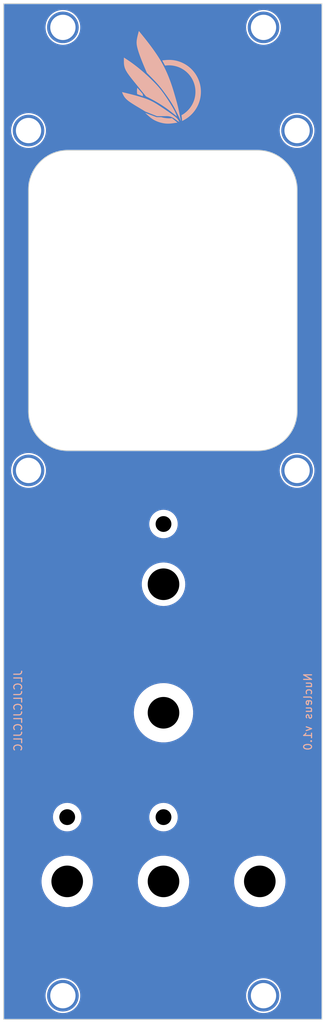
<source format=kicad_pcb>
(kicad_pcb (version 20240108) (generator "pcbnew") (generator_version "8.0")
  (title_block (date "2022-03-21"))
  (layers (0 "F.Cu" signal) (31 "B.Cu" signal) (34 "B.Paste" user) (35 "F.Paste" user) (36 "B.SilkS" user "B.Silkscreen") (37 "F.SilkS" user "F.Silkscreen") (38 "B.Mask" user) (39 "F.Mask" user) (44 "Edge.Cuts" user))
  (net 0 "")
  (footprint "Panels:Panel Switch SubMini" (layer "F.Cu") (at 137.668 105.41)
    (property "Reference" "REF**" (hide yes))
    (property "Value" "Panel Switch SubMini" (hide yes))
    (pad "" np_thru_hole circle (at 0 0) (size 4 4) (drill 5) (layers "Dwgs.User"))
  )
  (footprint "Panels:Panel LED 3mm" (layer "F.Cu") (at 137.668 134.874)
    (property "Reference" "REF**" (hide yes))
    (property "Value" "Panel LED 3mm" (hide yes))
    (pad "" np_thru_hole circle (at 0 0) (size 2 2) (drill 3.1) (layers "Dwgs.User"))
  )
  (footprint "Panels:Panel Screw" (layer "F.Cu") (at 124.93 157.46)
    (property "Reference" "REF**" (hide yes))
    (property "Value" "Panel Screw" (hide yes))
    (pad "" thru_hole circle (at 0 0) (size 4 4) (drill 3.2) (layers "*.Cu" "*.Mask"))
  )
  (footprint "Panels:Panel Screw" (layer "F.Cu") (at 150.33 157.46)
    (property "Reference" "REF**" (hide yes))
    (property "Value" "Panel Screw" (hide yes))
    (pad "" thru_hole circle (at 0 0) (size 4 4) (drill 3.2) (layers "*.Cu" "*.Mask"))
  )
  (footprint "Panels:Panel Jack" (layer "F.Cu") (at 137.668 143.002)
    (property "Reference" "REF**" (hide yes))
    (property "Value" "Panel Jack" (hide yes))
    (pad "" np_thru_hole circle (at 0 0) (size 4 4) (drill 6) (layers "Dwgs.User"))
  )
  (footprint "Panels:Panel Screw" (layer "F.Cu") (at 124.93 34.96)
    (property "Reference" "REF**" (hide yes))
    (property "Value" "Panel Screw" (hide yes))
    (pad "" thru_hole circle (at 0 0) (size 4 4) (drill 3.2) (layers "*.Cu" "*.Mask"))
  )
  (footprint "Panels:Panel Pot Alpha" (layer "F.Cu") (at 137.668 121.669)
    (property "Reference" "REF**" (hide yes))
    (property "Value" "Panel Pot Alpha" (hide yes))
    (pad "" np_thru_hole circle (at 0 0) (size 4 4) (drill 7) (layers "Dwgs.User"))
  )
  (footprint "Panels:Panel Screw" (layer "F.Cu") (at 154.58 48.01)
    (property "Reference" "REF**" (hide yes))
    (property "Value" "Panel Screw" (hide yes))
    (pad "" thru_hole circle (at 0 0) (size 4 4) (drill 3.2) (layers "*.Cu" "*.Mask"))
  )
  (footprint "Panels:Panel Screw" (layer "F.Cu") (at 150.33 34.96)
    (property "Reference" "REF**" (hide yes))
    (property "Value" "Panel Screw" (hide yes))
    (pad "" thru_hole circle (at 0 0) (size 4 4) (drill 3.2) (layers "*.Cu" "*.Mask"))
  )
  (footprint "Panels:Panel Jack" (layer "F.Cu") (at 125.476 143.002)
    (property "Reference" "REF**" (hide yes))
    (property "Value" "Panel Jack" (hide yes))
    (pad "" np_thru_hole circle (at 0 0) (size 4 4) (drill 6) (layers "Dwgs.User"))
  )
  (footprint "Panels:Panel LED 3mm" (layer "F.Cu") (at 137.668 97.79)
    (property "Reference" "REF**" (hide yes))
    (property "Value" "Panel LED 3mm" (hide yes))
    (pad "" np_thru_hole circle (at 0 0) (size 2 2) (drill 3.1) (layers "Dwgs.User"))
  )
  (footprint "Panels_Graphics:Nucleus_Panel" (layer "F.Cu") (at 137.56 96.05)
    (property "Reference" "G***" (hide yes))
    (property "Value" "LOGO" (hide yes))
  )
  (footprint "Panels:Panel Screw" (layer "F.Cu") (at 154.58 91.01)
    (property "Reference" "REF**" (hide yes))
    (property "Value" "Panel Screw" (hide yes))
    (pad "" thru_hole circle (at 0 0) (size 4 4) (drill 3.2) (layers "*.Cu" "*.Mask"))
  )
  (footprint "Panels:Panel Screw" (layer "F.Cu") (at 120.58 91.01)
    (property "Reference" "REF**" (hide yes))
    (property "Value" "Panel Screw" (hide yes))
    (pad "" thru_hole circle (at 0 0) (size 4 4) (drill 3.2) (layers "*.Cu" "*.Mask"))
  )
  (footprint "Panels:Panel Screw" (layer "F.Cu") (at 120.58 48.01)
    (property "Reference" "REF**" (hide yes))
    (property "Value" "Panel Screw" (hide yes))
    (pad "" thru_hole circle (at 0 0) (size 4 4) (drill 3.2) (layers "*.Cu" "*.Mask"))
  )
  (footprint "Panels:Panel LED 3mm" (layer "F.Cu") (at 125.476 134.874)
    (property "Reference" "REF**" (hide yes))
    (property "Value" "Panel LED 3mm" (hide yes))
    (pad "" np_thru_hole circle (at 0 0) (size 2 2) (drill 3.1) (layers "Dwgs.User"))
  )
  (footprint "Panels:Panel Jack" (layer "F.Cu") (at 149.86 143.002)
    (property "Reference" "REF**" (hide yes))
    (property "Value" "Panel Jack" (hide yes))
    (pad "" np_thru_hole circle (at 0 0) (size 4 4) (drill 6) (layers "Dwgs.User"))
  )
  (footprint "Logos:Avali Logo 10mm" (layer "B.Cu") (at 137.414 41.275 180)
    (property "Reference" "G***" (hide yes))
    (property "Value" "LOGO" (hide yes))
    (fp_poly (pts (xy 3.064079 -1.322901) (xy 3.065883 -1.330042) (xy 3.067831 -1.340233) (xy 3.068301 -1.343099) (xy 3.076764 -1.397193) (xy 3.084104 -1.446153) (xy 3.090377 -1.490633) (xy 3.095635 -1.531288) (xy 3.099935 -1.568773) (xy 3.10333 -1.60374) (xy 3.105876 -1.636846) (xy 3.107626 -1.668744) (xy 3.108635 -1.700089) (xy 3.108958 -1.731535) (xy 3.108649 -1.763736) (xy 3.107763 -1.797348) (xy 3.107281 -1.810779) (xy 3.106115 -1.838068) (xy 3.104659 -1.867034) (xy 3.10296 -1.897081) (xy 3.101065 -1.92761) (xy 3.099021 -1.958024) (xy 3.096876 -1.987726) (xy 3.094678 -2.016118) (xy 3.092473 -2.042602) (xy 3.090309 -2.066581) (xy 3.088234 -2.087458) (xy 3.086295 -2.104635) (xy 3.084539 -2.117513) (xy 3.083013 -2.125497) (xy 3.082133 -2.127824) (xy 3.079021 -2.12929) (xy 3.070688 -2.132647) (xy 3.057463 -2.137773) (xy 3.039677 -2.144544) (xy 3.017662 -2.152838) (xy 2.991747 -2.162531) (xy 2.962264 -2.1735) (xy 2.929544 -2.185623) (xy 2.893917 -2.198776) (xy 2.855714 -2.212836) (xy 2.815266 -2.227681) (xy 2.772903 -2.243188) (xy 2.728956 -2.259232) (xy 2.720163 -2.262438) (xy 2.675944 -2.278553) (xy 2.633235 -2.294118) (xy 2.592367 -2.309013) (xy 2.553671 -2.323115) (xy 2.51748 -2.336305) (xy 2.484123 -2.348462) (xy 2.453932 -2.359465) (xy 2.427239 -2.369193) (xy 2.404374 -2.377526) (xy 2.385668 -2.384343) (xy 2.371454 -2.389524) (xy 2.362061 -2.392947) (xy 2.357822 -2.394492) (xy 2.357622 -2.394565) (xy 2.355244 -2.393467) (xy 2.354098 -2.387529) (xy 2.353929 -2.381566) (xy 2.354106 -2.375573) (xy 2.354612 -2.364384) (xy 2.355409 -2.348701) (xy 2.356459 -2.329224) (xy 2.357723 -2.306652) (xy 2.359164 -2.281687) (xy 2.360743 -2.255029) (xy 2.361547 -2.241698) (xy 2.363777 -2.206191) (xy 2.365803 -2.17649) (xy 2.367637 -2.152493) (xy 2.369284 -2.134104) (xy 2.370755 -2.121223) (xy 2.372058 -2.11375) (xy 2.372822 -2.111744) (xy 2.374162 -2.110157) (xy 2.376751 -2.107139) (xy 2.380748 -2.102506) (xy 2.386313 -2.096072) (xy 2.393608 -2.087655) (xy 2.402791 -2.07707) (xy 2.414023 -2.064132) (xy 2.427464 -2.048657) (xy 2.443274 -2.030462) (xy 2.461614 -2.009361) (xy 2.482643 -1.98517) (xy 2.506521 -1.957706) (xy 2.533409 -1.926784) (xy 2.563467 -1.892219) (xy 2.596854 -1.853828) (xy 2.633732 -1.811426) (xy 2.674259 -1.764829) (xy 2.692345 -1.744035) (xy 2.721967 -1.709977) (xy 2.752058 -1.675378) (xy 2.782191 -1.64073) (xy 2.811938 -1.606524) (xy 2.840871 -1.573253) (xy 2.868563 -1.541408) (xy 2.894586 -1.511481) (xy 2.918511 -1.483965) (xy 2.939912 -1.459351) (xy 2.95836 -1.438131) (xy 2.973428 -1.420797) (xy 2.9755 -1.418413) (xy 2.993326 -1.397951) (xy 3.009976 -1.378932) (xy 3.025047 -1.361809) (xy 3.03814 -1.347032) (xy 3.048853 -1.335052) (xy 3.056786 -1.326321) (xy 3.061537 -1.321289) (xy 3.062758 -1.320209)) (fill solid) (layer "B.SilkS"))
    (fp_poly (pts (xy 2.058719 -4.507254) (xy 2.052997 -4.513053) (xy 2.043838 -4.522044) (xy 2.03168 -4.533806) (xy 2.01696 -4.547917) (xy 2.000116 -4.563954) (xy 1.981585 -4.581495) (xy 1.97077 -4.591691) (xy 1.897786 -4.66008) (xy 1.828517 -4.724323) (xy 1.762697 -4.784634) (xy 1.70006 -4.841231) (xy 1.64034 -4.89433) (xy 1.583269 -4.944146) (xy 1.528582 -4.990895) (xy 1.476011 -5.034795) (xy 1.425292 -5.07606) (xy 1.376156 -5.114908) (xy 1.328338 -5.151553) (xy 1.281572 -5.186213) (xy 1.23559 -5.219104) (xy 1.190127 -5.25044) (xy 1.144915 -5.28044) (xy 1.09969 -5.309318) (xy 1.054183 -5.337291) (xy 1.044058 -5.343374) (xy 0.934687 -5.405827) (xy 0.820769 -5.465105) (xy 0.702851 -5.521025) (xy 0.58148 -5.573406) (xy 0.457201 -5.622066) (xy 0.33056 -5.666822) (xy 0.202105 -5.707493) (xy 0.072381 -5.743898) (xy -0.058066 -5.775853) (xy -0.18869 -5.803177) (xy -0.318943 -5.825688) (xy -0.448281 -5.843205) (xy -0.460811 -5.844637) (xy -0.52727 -5.851508) (xy -0.591923 -5.856911) (xy -0.655951 -5.860889) (xy -0.72054 -5.863484) (xy -0.786873 -5.864739) (xy -0.856132 -5.864696) (xy -0.929503 -5.863397) (xy -0.96136 -5.862501) (xy -1.008125 -5.860521) (xy -1.060218 -5.857328) (xy -1.117192 -5.852969) (xy -1.178606 -5.84749) (xy -1.244014 -5.840939) (xy -1.312972 -5.833362) (xy -1.385037 -5.824807) (xy -1.459764 -5.815321) (xy -1.536709 -5.804952) (xy -1.615428 -5.793745) (xy -1.628849 -5.791775) (xy -1.655899 -5.787762) (xy -1.685234 -5.783362) (xy -1.716284 -5.778664) (xy -1.748481 -5.773756) (xy -1.781254 -5.768729) (xy -1.814036 -5.763671) (xy -1.846258 -5.75867) (xy -1.877349 -5.753817) (xy -1.906742 -5.749198) (xy -1.933868 -5.744904) (xy -1.958157 -5.741023) (xy -1.979041 -5.737645) (xy -1.99595 -5.734858) (xy -2.008316 -5.73275) (xy -2.015569 -5.731412) (xy -2.016607 -5.731187) (xy -2.018173 -5.730249) (xy -2.017849 -5.72827) (xy -2.015204 -5.724835) (xy -2.009805 -5.719529) (xy -2.001217 -5.711938) (xy -1.98901 -5.701645) (xy -1.972749 -5.688235) (xy -1.966398 -5.683037) (xy -1.954685 -5.673474) (xy -1.939393 -5.661003) (xy -1.920843 -5.645887) (xy -1.899358 -5.628386) (xy -1.875258 -5.608762) (xy -1.848864 -5.587277) (xy -1.820498 -5.56419) (xy -1.790481 -5.539765) (xy -1.759135 -5.514262) (xy -1.72678 -5.487942) (xy -1.693739 -5.461066) (xy -1.660332 -5.433896) (xy -1.62688 -5.406693) (xy -1.593705 -5.379719) (xy -1.561129 -5.353234) (xy -1.529473 -5.3275) (xy -1.499057 -5.302779) (xy -1.470204 -5.27933) (xy -1.443234 -5.257417) (xy -1.418469 -5.237299) (xy -1.39623 -5.219239) (xy -1.376839 -5.203497) (xy -1.360616 -5.190335) (xy -1.347884 -5.180014) (xy -1.338963 -5.172795) (xy -1.334175 -5.16894) (xy -1.333491 -5.1684) (xy -1.329317 -5.167638) (xy -1.32094 -5.167663) (xy -1.310006 -5.168456) (xy -1.307538 -5.168718) (xy -1.285449 -5.171002) (xy -1.258725 -5.173452) (xy -1.228632 -5.175974) (xy -1.196436 -5.178473) (xy -1.163402 -5.180856) (xy -1.130797 -5.183027) (xy -1.099887 -5.184894) (xy -1.071937 -5.186362) (xy -1.067686 -5.186559) (xy -1.015844 -5.188066) (xy -0.959001 -5.188143) (xy -0.897874 -5.186839) (xy -0.83318 -5.184201) (xy -0.765638 -5.180277) (xy -0.695965 -5.175113) (xy -0.624878 -5.168758) (xy -0.553097 -5.161258) (xy -0.481338 -5.152661) (xy -0.412237 -5.14329) (xy -0.335154 -5.131221) (xy -0.261894 -5.117621) (xy -0.190471 -5.102047) (xy -0.118903 -5.084058) (xy -0.045205 -5.06321) (xy -0.021795 -5.056153) (xy 0.025817 -5.041605) (xy 0.614727 -5.041605) (xy 1.214823 -4.818295) (xy 1.27395 -4.796292) (xy 1.332646 -4.77445) (xy 1.390584 -4.75289) (xy 1.447442 -4.731732) (xy 1.502893 -4.711098) (xy 1.556614 -4.691108) (xy 1.608279 -4.671882) (xy 1.657563 -4.653543) (xy 1.704142 -4.636211) (xy 1.747691 -4.620006) (xy 1.787885 -4.605049) (xy 1.824399 -4.591462) (xy 1.856909 -4.579365) (xy 1.88509 -4.568879) (xy 1.908617 -4.560125) (xy 1.927165 -4.553224) (xy 1.937204 -4.549489) (xy 1.96266 -4.54005) (xy 1.98637 -4.531321) (xy 2.007771 -4.523506) (xy 2.026298 -4.516805) (xy 2.041389 -4.511424) (xy 2.052481 -4.507563) (xy 2.059009 -4.505427) (xy 2.060567 -4.50507)) (fill solid) (layer "B.SilkS"))
    (fp_poly (pts (xy 4.99523 -1.873132) (xy 4.992738 -1.880888) (xy 4.988683 -1.892641) (xy 4.983345 -1.90763) (xy 4.977001 -1.925097) (xy 4.969931 -1.944284) (xy 4.962412 -1.96443) (xy 4.954723 -1.984778) (xy 4.947143 -2.004567) (xy 4.93995 -2.02304) (xy 4.937578 -2.029046) (xy 4.895027 -2.129146) (xy 4.84684 -2.229125) (xy 4.793276 -2.328467) (xy 4.75667 -2.390849) (xy 4.741104 -2.416072) (xy 4.725696 -2.439966) (xy 4.709618 -2.463726) (xy 4.692046 -2.488549) (xy 4.672153 -2.515631) (xy 4.652684 -2.541477) (xy 4.6361 -2.563207) (xy 4.621615 -2.581916) (xy 4.608499 -2.598448) (xy 4.596022 -2.613648) (xy 4.583454 -2.628362) (xy 4.570066 -2.643433) (xy 4.555127 -2.659708) (xy 4.537908 -2.678031) (xy 4.517678 -2.699247) (xy 4.504866 -2.712598) (xy 4.485365 -2.732847) (xy 4.468302 -2.750421) (xy 4.45301 -2.765937) (xy 4.438821 -2.780014) (xy 4.425069 -2.793272) (xy 4.411085 -2.806327) (xy 4.396203 -2.8198) (xy 4.379755 -2.834308) (xy 4.361074 -2.850471) (xy 4.339492 -2.868906) (xy 4.314343 -2.890232) (xy 4.301756 -2.900876) (xy 4.278442 -2.920567) (xy 4.257948 -2.937812) (xy 4.239683 -2.95306) (xy 4.223057 -2.966762) (xy 4.207479 -2.979368) (xy 4.192358 -2.991328) (xy 4.177103 -3.003091) (xy 4.161123 -3.015108) (xy 4.143827 -3.027829) (xy 4.124625 -3.041704) (xy 4.102926 -3.057184) (xy 4.078138 -3.074717) (xy 4.049671 -3.094754) (xy 4.018221 -3.116842) (xy 3.954556 -3.16106) (xy 3.887557 -3.206658) (xy 3.817047 -3.253747) (xy 3.74285 -3.302437) (xy 3.664792 -3.352841) (xy 3.582695 -3.405068) (xy 3.496384 -3.45923) (xy 3.405684 -3.515438) (xy 3.310417 -3.573803) (xy 3.210409 -3.634435) (xy 3.105484 -3.697447) (xy 2.995465 -3.762948) (xy 2.978593 -3.772947) (xy 2.884322 -3.828882) (xy 2.791472 -3.884173) (xy 2.700498 -3.938544) (xy 2.611855 -3.991722) (xy 2.525997 -4.043433) (xy 2.44338 -4.093403) (xy 2.364459 -4.141356) (xy 2.289689 -4.187021) (xy 2.219525 -4.230121) (xy 2.206256 -4.238303) (xy 2.182784 -4.252785) (xy 2.159768 -4.266978) (xy 2.137949 -4.280427) (xy 2.118068 -4.292676) (xy 2.100866 -4.303267) (xy 2.087083 -4.311745) (xy 2.077462 -4.317653) (xy 2.076303 -4.318363) (xy 2.05779 -4.328591) (xy 2.033639 -4.340069) (xy 2.003971 -4.352739) (xy 1.984745 -4.360432) (xy 1.949755 -4.374154) (xy 1.909743 -4.389859) (xy 1.865184 -4.407361) (xy 1.816549 -4.426473) (xy 1.764311 -4.44701) (xy 1.708944 -4.468786) (xy 1.65092 -4.491614) (xy 1.590712 -4.515307) (xy 1.528794 -4.539681) (xy 1.465638 -4.564548) (xy 1.401716 -4.589723) (xy 1.337502 -4.615019) (xy 1.27347 -4.640249) (xy 1.210091 -4.665229) (xy 1.147838 -4.689771) (xy 1.087185 -4.71369) (xy 1.028605 -4.736799) (xy 0.97257 -4.758913) (xy 0.951024 -4.767418) (xy 0.574454 -4.916081) (xy 0.095989 -4.916081) (xy 0.040445 -4.916065) (xy -0.015212 -4.916016) (xy -0.07053 -4.915938) (xy -0.125054 -4.915831) (xy -0.178331 -4.915697) (xy -0.229907 -4.915539) (xy -0.279328 -4.915359) (xy -0.32614 -4.915157) (xy -0.369889 -4.914936) (xy -0.410122 -4.914699) (xy -0.446384 -4.914445) (xy -0.478223 -4.914179) (xy -0.505183 -4.9139) (xy -0.526811 -4.913612) (xy -0.531628 -4.913534) (xy -0.585135 -4.912805) (xy -0.633537 -4.912565) (xy -0.677619 -4.912849) (xy -0.718165 -4.913692) (xy -0.755959 -4.915129) (xy -0.791787 -4.917194) (xy -0.826432 -4.919922) (xy -0.860679 -4.923349) (xy -0.895313 -4.927508) (xy -0.919113 -4.93072) (xy -0.998235 -4.944356) (xy -1.077646 -4.963126) (xy -1.157496 -4.987097) (xy -1.237934 -5.016333) (xy -1.319107 -5.050901) (xy -1.401164 -5.090867) (xy -1.484254 -5.136296) (xy -1.568525 -5.187255) (xy -1.654126 -5.243808) (xy -1.702009 -5.277452) (xy -1.718711 -5.289496) (xy -1.739034 -5.304259) (xy -1.761866 -5.320924) (xy -1.786093 -5.338678) (xy -1.810604 -5.356706) (xy -1.834284 -5.374193) (xy -1.844453 -5.381729) (xy -1.889515 -5.41492) (xy -1.931306 -5.445155) (xy -1.970992 -5.473222) (xy -2.00974 -5.499909) (xy -2.048715 -5.526006) (xy -2.089084 -5.552302) (xy -2.132011 -5.579584) (xy -2.178663 -5.608642) (xy -2.192294 -5.617045) (xy -2.2114 -5.628786) (xy -2.226066 -5.637746) (xy -2.236877 -5.644252) (xy -2.244415 -5.648632) (xy -2.249264 -5.651213) (xy -2.252008 -5.652324) (xy -2.253229 -5.652291) (xy -2.253511 -5.651442) (xy -2.253511 -5.651418) (xy -2.252194 -5.646984) (xy -2.248461 -5.637981) (xy -2.242642 -5.625072) (xy -2.235068 -5.60892) (xy -2.226067 -5.590185) (xy -2.21597 -5.569532) (xy -2.205105 -5.54762) (xy -2.193803 -5.525114) (xy -2.182393 -5.502675) (xy -2.171205 -5.480965) (xy -2.160568 -5.460646) (xy -2.150813 -5.442381) (xy -2.142268 -5.426832) (xy -2.137804 -5.418985) (xy -2.118553 -5.386908) (xy -2.098272 -5.355489) (xy -2.076729 -5.32451) (xy -2.053693 -5.293755) (xy -2.028934 -5.263008) (xy -2.00222 -5.232053) (xy -1.97332 -5.200673) (xy -1.942003 -5.168651) (xy -1.908038 -5.135771) (xy -1.871193 -5.101817) (xy -1.831238 -5.066572) (xy -1.787942 -5.02982) (xy -1.741074 -4.991345) (xy -1.690401 -4.95093) (xy -1.635694 -4.908358) (xy -1.576721 -4.863414) (xy -1.513251 -4.81588) (xy -1.445054 -4.76554) (xy -1.422104 -4.748738) (xy -1.379948 -4.71803) (xy -1.334371 -4.685015) (xy -1.286081 -4.650195) (xy -1.235783 -4.614071) (xy -1.184182 -4.577146) (xy -1.131986 -4.539923) (xy -1.079899 -4.502902) (xy -1.028627 -4.466586) (xy -0.978877 -4.431477) (xy -0.931354 -4.398077) (xy -0.886764 -4.366888) (xy -0.845813 -4.338413) (xy -0.824023 -4.323349) (xy -0.799677 -4.306631) (xy -0.770753 -4.286894) (xy -0.737604 -4.264371) (xy -0.700581 -4.239298) (xy -0.660036 -4.21191) (xy -0.616321 -4.18244) (xy -0.569788 -4.151125) (xy -0.520788 -4.1182) (xy -0.469674 -4.083898) (xy -0.416797 -4.048454) (xy -0.362509 -4.012105) (xy -0.307162 -3.975083) (xy -0.251108 -3.937625) (xy -0.194699 -3.899965) (xy -0.138286 -3.862338) (xy -0.082222 -3.824979) (xy -0.026858 -3.788122) (xy 0.027454 -3.752003) (xy 0.080362 -3.716856) (xy 0.131514 -3.682916) (xy 0.180559 -3.650418) (xy 0.227144 -3.619597) (xy 0.270918 -3.590688) (xy 0.311529 -3.563925) (xy 0.348624 -3.539543) (xy 0.381853 -3.517778) (xy 0.410863 -3.498863) (xy 0.425303 -3.489495) (xy 0.541271 -3.41536) (xy 0.653881 -3.345315) (xy 0.763718 -3.279051) (xy 0.871367 -3.216262) (xy 0.977412 -3.15664) (xy 1.082441 -3.099876) (xy 1.187036 -3.045662) (xy 1.291785 -2.993692) (xy 1.397272 -2.943657) (xy 1.504082 -2.89525) (xy 1.612801 -2.848162) (xy 1.724013 -2.802086) (xy 1.759508 -2.787791) (xy 1.841273 -2.75562) (xy 1.925852 -2.723417) (xy 2.013413 -2.69113) (xy 2.104126 -2.658707) (xy 2.19816 -2.626097) (xy 2.295685 -2.593248) (xy 2.39687 -2.560109) (xy 2.501885 -2.526629) (xy 2.610899 -2.492755) (xy 2.724082 -2.458437) (xy 2.841603 -2.423622) (xy 2.963632 -2.38826) (xy 3.090338 -2.352299) (xy 3.22189 -2.315687) (xy 3.358459 -2.278373) (xy 3.500213 -2.240305) (xy 3.647323 -2.201432) (xy 3.799957 -2.161702) (xy 3.926663 -2.129137) (xy 3.963632 -2.119724) (xy 4.003485 -2.109647) (xy 4.045898 -2.098985) (xy 4.09055 -2.087813) (xy 4.137118 -2.076212) (xy 4.18528 -2.064259) (xy 4.234714 -2.052033) (xy 4.285098 -2.03961) (xy 4.336108 -2.02707) (xy 4.387423 -2.01449) (xy 4.438721 -2.001948) (xy 4.489679 -1.989523) (xy 4.539975 -1.977293) (xy 4.589286 -1.965336) (xy 4.63729 -1.953729) (xy 4.683665 -1.942551) (xy 4.728089 -1.93188) (xy 4.770239 -1.921793) (xy 4.809793 -1.91237) (xy 4.846429 -1.903689) (xy 4.879824 -1.895826) (xy 4.909656 -1.888861) (xy 4.935603 -1.882871) (xy 4.957342 -1.877934) (xy 4.974551 -1.874129) (xy 4.986908 -1.871534) (xy 4.99409 -1.870226) (xy 4.995882 -1.87013)) (fill solid) (layer "B.SilkS"))
    (fp_poly (pts (xy -0.851014 2.201099) (xy -0.718482 2.195721) (xy -0.624662 2.189878) (xy -0.599682 2.188036) (xy -0.571618 2.185832) (xy -0.540956 2.183312) (xy -0.508184 2.180525) (xy -0.473788 2.177517) (xy -0.438257 2.174336) (xy -0.402076 2.171028) (xy -0.365733 2.167642) (xy -0.329716 2.164224) (xy -0.29451 2.160822) (xy -0.260603 2.157483) (xy -0.228482 2.154253) (xy -0.198635 2.151181) (xy -0.171547 2.148314) (xy -0.147707 2.145699) (xy -0.1276 2.143383) (xy -0.111715 2.141413) (xy -0.100538 2.139837) (xy -0.094556 2.138701) (xy -0.093713 2.13837) (xy -0.094792 2.135572) (xy -0.098518 2.127914) (xy -0.104718 2.115726) (xy -0.113216 2.099337) (xy -0.123839 2.079077) (xy -0.136411 2.055275) (xy -0.150758 2.02826) (xy -0.166705 1.998361) (xy -0.184078 1.965909) (xy -0.202702 1.931231) (xy -0.222402 1.894659) (xy -0.243004 1.85652) (xy -0.250446 1.84277) (xy -0.27174 1.803439) (xy -0.292498 1.765093) (xy -0.312518 1.728106) (xy -0.331595 1.692855) (xy -0.349527 1.659714) (xy -0.366111 1.62906) (xy -0.381142 1.601269) (xy -0.394418 1.576715) (xy -0.405736 1.555776) (xy -0.414893 1.538825) (xy -0.421685 1.526241) (xy -0.425909 1.518397) (xy -0.426442 1.517403) (xy -0.433148 1.505094) (xy -0.438952 1.494823) (xy -0.443244 1.487644) (xy -0.445415 1.484609) (xy -0.445442 1.484593) (xy -0.448897 1.484523) (xy -0.457238 1.485019) (xy -0.46948 1.486) (xy -0.484635 1.487389) (xy -0.499139 1.48884) (xy -0.587173 1.497374) (xy -0.670384 1.504185) (xy -0.749595 1.50929) (xy -0.825627 1.512706) (xy -0.899302 1.514449) (xy -0.971444 1.514536) (xy -1.042873 1.512983) (xy -1.114412 1.509808) (xy -1.186883 1.505028) (xy -1.208788 1.503295) (xy -1.350175 1.488793) (xy -1.490155 1.468624) (xy -1.628591 1.44284) (xy -1.765348 1.411496) (xy -1.900289 1.374644) (xy -2.033279 1.332337) (xy -2.164179 1.284627) (xy -2.292856 1.231569) (xy -2.419172 1.173215) (xy -2.542991 1.109618) (xy -2.664177 1.040832) (xy -2.782594 0.966908) (xy -2.898105 0.887901) (xy -3.010575 0.803863) (xy -3.016126 0.799523) (xy -3.124249 0.711079) (xy -3.228228 0.618514) (xy -3.327973 0.52199) (xy -3.423392 0.421668) (xy -3.514396 0.317709) (xy -3.600893 0.210274) (xy -3.682792 0.099524) (xy -3.760004 -0.014379) (xy -3.832436 -0.131274) (xy -3.899999 -0.251) (xy -3.962602 -0.373396) (xy -4.020155 -0.498301) (xy -4.072565 -0.625553) (xy -4.119743 -0.754992) (xy -4.161598 -0.886456) (xy -4.198039 -1.019784) (xy -4.228976 -1.154815) (xy -4.254317 -1.291387) (xy -4.273973 -1.42934) (xy -4.274876 -1.436872) (xy -4.280445 -1.485399) (xy -4.285095 -1.529903) (xy -4.288898 -1.571607) (xy -4.291924 -1.611736) (xy -4.294243 -1.651515) (xy -4.295925 -1.692169) (xy -4.29704 -1.734921) (xy -4.29766 -1.780996) (xy -4.297853 -1.831619) (xy -4.297852 -1.83707) (xy -4.297799 -1.872355) (xy -4.297664 -1.902676) (xy -4.297417 -1.928978) (xy -4.297028 -1.952202) (xy -4.296467 -1.973292) (xy -4.295705 -1.993192) (xy -4.29471 -2.012845) (xy -4.293454 -2.033193) (xy -4.291905 -2.05518) (xy -4.290188 -2.077779) (xy -4.277993 -2.206711) (xy -4.261664 -2.332137) (xy -4.241026 -2.454932) (xy -4.215908 -2.57597) (xy -4.186135 -2.696129) (xy -4.151536 -2.816282) (xy -4.131853 -2.878215) (xy -4.085229 -3.011065) (xy -4.033304 -3.141348) (xy -3.976146 -3.268962) (xy -3.913821 -3.393808) (xy -3.846397 -3.515784) (xy -3.773941 -3.634788) (xy -3.69652 -3.750719) (xy -3.614201 -3.863477) (xy -3.527051 -3.972959) (xy -3.435138 -4.079066) (xy -3.338527 -4.181695) (xy -3.237288 -4.280746) (xy -3.146942 -4.362666) (xy -3.075248 -4.424227) (xy -3.005933 -4.481218) (xy -2.938316 -4.534121) (xy -2.871713 -4.583416) (xy -2.805444 -4.629585) (xy -2.738825 -4.673111) (xy -2.671174 -4.714473) (xy -2.601809 -4.754154) (xy -2.560031 -4.776851) (xy -2.546722 -4.784035) (xy -2.537838 -4.789195) (xy -2.532554 -4.793008) (xy -2.530045 -4.796154) (xy -2.529485 -4.799313) (xy -2.529783 -4.801743) (xy -2.530296 -4.805587) (xy -2.531451 -4.814823) (xy -2.533194 -4.829016) (xy -2.535474 -4.847733) (xy -2.538239 -4.870539) (xy -2.541438 -4.897002) (xy -2.545017 -4.926688) (xy -2.548926 -4.959162) (xy -2.553113 -4.993992) (xy -2.557525 -5.030743) (xy -2.562111 -5.068981) (xy -2.566819 -5.108274) (xy -2.571597 -5.148187) (xy -2.576393 -5.188286) (xy -2.581156 -5.228138) (xy -2.585832 -5.267309) (xy -2.590372 -5.305365) (xy -2.594722 -5.341873) (xy -2.59883 -5.376399) (xy -2.602646 -5.408508) (xy -2.606116 -5.437768) (xy -2.60919 -5.463745) (xy -2.611815 -5.486005) (xy -2.613939 -5.504114) (xy -2.615511 -5.517638) (xy -2.616478 -5.526145) (xy -2.61679 -5.529183) (xy -2.618605 -5.531724) (xy -2.619005 -5.531743) (xy -2.622131 -5.530362) (xy -2.629696 -5.526563) (xy -2.640945 -5.520739) (xy -2.655121 -5.513285) (xy -2.671469 -5.504593) (xy -2.681767 -5.499075) (xy -2.757623 -5.45802) (xy -2.828523 -5.418993) (xy -2.894939 -5.381695) (xy -2.957345 -5.345826) (xy -3.016212 -5.311088) (xy -3.072014 -5.27718) (xy -3.125224 -5.243803) (xy -3.176313 -5.210659) (xy -3.225756 -5.177447) (xy -3.274024 -5.143869) (xy -3.321591 -5.109625) (xy -3.368929 -5.074415) (xy -3.416512 -5.037941) (xy -3.443767 -5.016594) (xy -3.466424 -4.998517) (xy -3.491277 -4.97833) (xy -3.517565 -4.956681) (xy -3.544525 -4.934214) (xy -3.571394 -4.911575) (xy -3.597411 -4.88941) (xy -3.621813 -4.868364) (xy -3.643837 -4.849083) (xy -3.662723 -4.832213) (xy -3.677093 -4.818977) (xy -3.733431 -4.765371) (xy -3.785637 -4.714546) (xy -3.83437 -4.665823) (xy -3.880285 -4.618525) (xy -3.924038 -4.571971) (xy -3.966287 -4.525485) (xy -4.007687 -4.478385) (xy -4.017367 -4.467151) (xy -4.115198 -4.34871) (xy -4.20808 -4.227143) (xy -4.295973 -4.102605) (xy -4.378838 -3.975253) (xy -4.456636 -3.845242) (xy -4.529329 -3.712728) (xy -4.596878 -3.577867) (xy -4.659243 -3.440815) (xy -4.716385 -3.301729) (xy -4.768266 -3.160764) (xy -4.814846 -3.018075) (xy -4.856086 -2.87382) (xy -4.891949 -2.728154) (xy -4.922393 -2.581233) (xy -4.947382 -2.433212) (xy -4.966875 -2.284248) (xy -4.980833 -2.134497) (xy -4.989219 -1.984115) (xy -4.991992 -1.833257) (xy -4.989113 -1.68208) (xy -4.980544 -1.53074) (xy -4.966246 -1.379392) (xy -4.94618 -1.228193) (xy -4.920307 -1.077298) (xy -4.895077 -0.955453) (xy -4.858699 -0.805949) (xy -4.816714 -0.658165) (xy -4.769204 -0.512266) (xy -4.716249 -0.368414) (xy -4.657933 -0.226771) (xy -4.594337 -0.087501) (xy -4.525543 0.049234) (xy -4.451633 0.183271) (xy -4.372689 0.314447) (xy -4.288792 0.4426) (xy -4.200026 0.567566) (xy -4.106471 0.689184) (xy -4.008209 0.80729) (xy -4.007084 0.808591) (xy -3.982604 0.836496) (xy -3.955813 0.866377) (xy -3.927497 0.897394) (xy -3.898445 0.928711) (xy -3.869445 0.959488) (xy -3.841285 0.988888) (xy -3.814754 1.016073) (xy -3.79064 1.040204) (xy -3.774533 1.055872) (xy -3.750716 1.078677) (xy -3.730568 1.097951) (xy -3.713487 1.114247) (xy -3.698873 1.128114) (xy -3.686124 1.140105) (xy -3.674639 1.150769) (xy -3.663815 1.160658) (xy -3.653052 1.170322) (xy -3.641749 1.180313) (xy -3.629303 1.191182) (xy -3.615113 1.20348) (xy -3.598578 1.217757) (xy -3.585535 1.229009) (xy -3.469134 1.325549) (xy -3.34893 1.417652) (xy -3.225136 1.50521) (xy -3.09797 1.588115) (xy -2.967645 1.666258) (xy -2.834377 1.739533) (xy -2.698382 1.807831) (xy -2.559875 1.871043) (xy -2.41907 1.929061) (xy -2.276184 1.981779) (xy -2.131431 2.029086) (xy -1.985027 2.070876) (xy -1.837188 2.10704) (xy -1.836419 2.107213) (xy -1.714527 2.132668) (xy -1.593552 2.154116) (xy -1.472853 2.1716) (xy -1.351787 2.185164) (xy -1.229713 2.194852) (xy -1.105987 2.200708) (xy -0.979968 2.202776)) (fill solid) (layer "B.SilkS"))
    (fp_poly (pts (xy 2.866291 5.854345) (xy 2.868869 5.845986) (xy 2.872665 5.833084) (xy 2.877513 5.816216) (xy 2.883247 5.795962) (xy 2.889704 5.7729) (xy 2.896717 5.747608) (xy 2.902842 5.725337) (xy 2.928624 5.630589) (xy 2.952584 5.541113) (xy 2.974796 5.456584) (xy 2.995333 5.37668) (xy 3.014269 5.301076) (xy 3.031677 5.229451) (xy 3.047631 5.16148) (xy 3.062205 5.096839) (xy 3.075471 5.035206) (xy 3.087503 4.976257) (xy 3.098376 4.919669) (xy 3.108161 4.865118) (xy 3.116934 4.812281) (xy 3.124766 4.760835) (xy 3.12922 4.729224) (xy 3.133337 4.698876) (xy 3.136724 4.673221) (xy 3.139486 4.651106) (xy 3.141724 4.631375) (xy 3.143541 4.612876) (xy 3.14504 4.594452) (xy 3.146323 4.574951) (xy 3.147494 4.553217) (xy 3.148654 4.528097) (xy 3.149907 4.498436) (xy 3.15004 4.495209) (xy 3.154842 4.378547) (xy 3.145646 4.251933) (xy 3.136451 4.12532) (xy 3.111437 3.983166) (xy 3.106126 3.953069) (xy 3.101439 3.926833) (xy 3.097195 3.903644) (xy 3.093213 3.882688) (xy 3.089313 3.86315) (xy 3.085314 3.844218) (xy 3.081035 3.825076) (xy 3.076294 3.80491) (xy 3.070913 3.782908) (xy 3.064708 3.758255) (xy 3.057501 3.730136) (xy 3.04911 3.697738) (xy 3.041818 3.669709) (xy 3.017631 3.579552) (xy 2.991018 3.485562) (xy 2.961952 3.387667) (xy 2.930408 3.285796) (xy 2.896359 3.179875) (xy 2.859777 3.069832) (xy 2.820636 2.955597) (xy 2.77891 2.837096) (xy 2.734571 2.714257) (xy 2.687594 2.587009) (xy 2.637951 2.45528) (xy 2.585616 2.318996) (xy 2.530562 2.178087) (xy 2.472763 2.03248) (xy 2.412192 1.882103) (xy 2.348822 1.726884) (xy 2.282626 1.56675) (xy 2.213578 1.40163) (xy 2.141652 1.231452) (xy 2.131045 1.2065) (xy 2.115757 1.170597) (xy 2.098566 1.13029) (xy 2.079909 1.086599) (xy 2.060223 1.040543) (xy 2.039943 0.993143) (xy 2.019507 0.945418) (xy 1.999351 0.898389) (xy 1.97991 0.853075) (xy 1.961623 0.810496) (xy 1.95313 0.790743) (xy 1.856881 0.566962) (xy 1.68527 0.393499) (xy 1.611785 0.319162) (xy 1.541102 0.247544) (xy 1.473373 0.178799) (xy 1.40875 0.113082) (xy 1.347384 0.050548) (xy 1.289429 -0.008648) (xy 1.235036 -0.064351) (xy 1.184356 -0.116405) (xy 1.137542 -0.164656) (xy 1.094745 -0.208949) (xy 1.085488 -0.218558) (xy 1.062183 -0.242761) (xy 1.038976 -0.266855) (xy 1.016393 -0.290294) (xy 0.99496 -0.312535) (xy 0.975203 -0.33303) (xy 0.957647 -0.351235) (xy 0.942818 -0.366603) (xy 0.931243 -0.37859) (xy 0.926057 -0.383953) (xy 0.905505 -0.405359) (xy 0.881525 -0.430621) (xy 0.854623 -0.459188) (xy 0.825308 -0.490511) (xy 0.794084 -0.52404) (xy 0.761458 -0.559225) (xy 0.727938 -0.595515) (xy 0.694029 -0.63236) (xy 0.660239 -0.669211) (xy 0.627073 -0.705518) (xy 0.595039 -0.740729) (xy 0.564642 -0.774296) (xy 0.53639 -0.805668) (xy 0.51079 -0.834295) (xy 0.496311 -0.850605) (xy 0.437879 -0.917248) (xy 0.377672 -0.987055) (xy 0.316359 -1.059211) (xy 0.254608 -1.132904) (xy 0.193088 -1.207318) (xy 0.132468 -1.28164) (xy 0.073416 -1.355055) (xy 0.016601 -1.426749) (xy -0.037308 -1.495909) (xy -0.085919 -1.559442) (xy -0.100542 -1.578754) (xy -0.117651 -1.601355) (xy -0.13617 -1.625821) (xy -0.155021 -1.650729) (xy -0.173127 -1.674657) (xy -0.186512 -1.692349) (xy -0.25766 -1.786955) (xy -0.329942 -1.884158) (xy -0.40297 -1.983409) (xy -0.476359 -2.084158) (xy -0.549719 -2.185855) (xy -0.622663 -2.28795) (xy -0.694805 -2.389893) (xy -0.765756 -2.491135) (xy -0.83513 -2.591125) (xy -0.902538 -2.689314) (xy -0.967593 -2.785152) (xy -1.029908 -2.878089) (xy -1.089095 -2.967575) (xy -1.137677 -3.042093) (xy -1.178646 -3.10574) (xy -1.218795 -3.168831) (xy -1.258241 -3.231586) (xy -1.297104 -3.294228) (xy -1.335501 -3.356979) (xy -1.373552 -3.42006) (xy -1.411373 -3.483694) (xy -1.449084 -3.548103) (xy -1.486803 -3.613509) (xy -1.524648 -3.680133) (xy -1.562737 -3.748197) (xy -1.601189 -3.817924) (xy -1.640122 -3.889535) (xy -1.679655 -3.963253) (xy -1.719906 -4.039299) (xy -1.760992 -4.117896) (xy -1.803033 -4.199264) (xy -1.846146 -4.283627) (xy -1.890451 -4.371206) (xy -1.936065 -4.462223) (xy -1.983106 -4.5569) (xy -2.031694 -4.65546) (xy -2.081946 -4.758123) (xy -2.13398 -4.865112) (xy -2.187916 -4.976649) (xy -2.24387 -5.092956) (xy -2.301962 -5.214255) (xy -2.356274 -5.328093) (xy -2.374083 -5.365483) (xy -2.38952 -5.397887) (xy -2.402754 -5.425651) (xy -2.413954 -5.449124) (xy -2.423291 -5.46865) (xy -2.430933 -5.484576) (xy -2.437049 -5.497249) (xy -2.44181 -5.507016) (xy -2.445384 -5.514222) (xy -2.447941 -5.519215) (xy -2.44965 -5.522341) (xy -2.450681 -5.523946) (xy -2.451204 -5.524377) (xy -2.451387 -5.52398) (xy -2.4514 -5.523103) (xy -2.451395 -5.52266) (xy -2.450855 -5.519085) (xy -2.449292 -5.510162) (xy -2.446789 -5.496346) (xy -2.443432 -5.478089) (xy -2.439306 -5.455847) (xy -2.434494 -5.430073) (xy -2.429082 -5.401221) (xy -2.423153 -5.369745) (xy -2.416793 -5.3361) (xy -2.410086 -5.300739) (xy -2.408776 -5.293848) (xy -2.384293 -5.165468) (xy -2.360697 -5.042612) (xy -2.33792 -4.924973) (xy -2.315892 -4.812246) (xy -2.294547 -4.704124) (xy -2.273813 -4.600302) (xy -2.253624 -4.500475) (xy -2.233911 -4.404335) (xy -2.214604 -4.311577) (xy -2.195635 -4.221896) (xy -2.176935 -4.134986) (xy -2.158437 -4.05054) (xy -2.14007 -3.968253) (xy -2.121767 -3.887819) (xy -2.103459 -3.808933) (xy -2.085077 -3.731287) (xy -2.066552 -3.654577) (xy -2.047816 -3.578497) (xy -2.0288 -3.50274) (xy -2.009436 -3.427001) (xy -1.989655 -3.350974) (xy -1.969387 -3.274353) (xy -1.948566 -3.196833) (xy -1.927121 -3.118107) (xy -1.904984 -3.03787) (xy -1.891357 -2.98893) (xy -1.875207 -2.931308) (xy -1.857868 -2.869797) (xy -1.839486 -2.804898) (xy -1.820206 -2.737114) (xy -1.800175 -2.666946) (xy -1.779537 -2.594897) (xy -1.758438 -2.521467) (xy -1.737024 -2.447158) (xy -1.71544 -2.372473) (xy -1.693832 -2.297912) (xy -1.672347 -2.223978) (xy -1.651128 -2.151173) (xy -1.630323 -2.079998) (xy -1.610076 -2.010955) (xy -1.590533 -1.944545) (xy -1.571841 -1.881271) (xy -1.554143 -1.821634) (xy -1.537587 -1.766136) (xy -1.522318 -1.715279) (xy -1.508481 -1.669563) (xy -1.507325 -1.665767) (xy -1.427592 -1.408989) (xy -1.34619 -1.156914) (xy -1.263163 -0.909665) (xy -1.178559 -0.667367) (xy -1.092422 -0.430142) (xy -1.004797 -0.198116) (xy -0.915731 0.028589) (xy -0.825268 0.249848) (xy -0.733455 0.465538) (xy -0.677761 0.592175) (xy -0.660361 0.631017) (xy -0.64152 0.672648) (xy -0.621503 0.716506) (xy -0.600574 0.762029) (xy -0.579 0.808654) (xy -0.557045 0.855818) (xy -0.534974 0.90296) (xy -0.513053 0.949517) (xy -0.491547 0.994926) (xy -0.470721 1.038625) (xy -0.45084 1.080052) (xy -0.43217 1.118644) (xy -0.414976 1.153839) (xy -0.399522 1.185074) (xy -0.386076 1.211788) (xy -0.379697 1.224221) (xy -0.372793 1.237572) (xy -0.363575 1.255408) (xy -0.352437 1.276967) (xy -0.339773 1.301484) (xy -0.325978 1.328196) (xy -0.311447 1.356339) (xy -0.296573 1.38515) (xy -0.281752 1.413865) (xy -0.280548 1.416198) (xy -0.261864 1.452068) (xy -0.2405 1.492496) (xy -0.216751 1.536936) (xy -0.190915 1.584844) (xy -0.16329 1.635675) (xy -0.134172 1.688886) (xy -0.103858 1.743933) (xy -0.072646 1.80027) (xy -0.040833 1.857353) (xy -0.008716 1.914639) (xy 0.00036 1.930763) (xy 0.005217 1.939206) (xy 0.012835 1.952215) (xy 0.022923 1.969299) (xy 0.035187 1.989968) (xy 0.049337 2.013731) (xy 0.065078 2.040098) (xy 0.082119 2.068578) (xy 0.100168 2.098682) (xy 0.118931 2.129918) (xy 0.13683 2.159659) (xy 0.230018 2.31248) (xy 0.326666 2.46726) (xy 0.426853 2.624112) (xy 0.530659 2.783149) (xy 0.638164 2.944482) (xy 0.749448 3.108225) (xy 0.864591 3.274489) (xy 0.983672 3.443387) (xy 1.106771 3.615031) (xy 1.233969 3.789533) (xy 1.365345 3.967006) (xy 1.500979 4.147563) (xy 1.640951 4.331315) (xy 1.78534 4.518375) (xy 1.934227 4.708855) (xy 2.079256 4.892261) (xy 2.133453 4.960277) (xy 2.191292 5.032573) (xy 2.25259 5.108923) (xy 2.317166 5.189104) (xy 2.384839 5.27289) (xy 2.455427 5.360059) (xy 2.528748 5.450385) (xy 2.604622 5.543644) (xy 2.682867 5.639612) (xy 2.763302 5.738064) (xy 2.784964 5.764547) (xy 2.801679 5.784862) (xy 2.817267 5.80359) (xy 2.831332 5.820269) (xy 2.843474 5.834437) (xy 2.853297 5.845633) (xy 2.860401 5.853394) (xy 2.86439 5.857258) (xy 2.865095 5.857582)) (fill solid) (layer "B.SilkS"))
    (fp_poly (pts (xy 4.759064 2.459301) (xy 4.75964 2.446865) (xy 4.760153 2.429069) (xy 4.760604 2.406464) (xy 4.760993 2.379596) (xy 4.76132 2.349015) (xy 4.761585 2.315268) (xy 4.761789 2.278904) (xy 4.761932 2.240471) (xy 4.762014 2.200517) (xy 4.762036 2.15959) (xy 4.761998 2.118238) (xy 4.7619 2.077011) (xy 4.761743 2.036455) (xy 4.761526 1.99712) (xy 4.761251 1.959553) (xy 4.760917 1.924302) (xy 4.760525 1.891917) (xy 4.760075 1.862944) (xy 4.759568 1.837933) (xy 4.759003 1.817431) (xy 4.758698 1.809012) (xy 4.757553 1.782342) (xy 4.756343 1.758561) (xy 4.754968 1.736499) (xy 4.753323 1.714983) (xy 4.751309 1.692843) (xy 4.748821 1.66891) (xy 4.745759 1.64201) (xy 4.74202 1.610975) (xy 4.740032 1.594884) (xy 4.725169 1.475268) (xy 4.689982 1.33904) (xy 4.654796 1.202812) (xy 4.592704 1.054536) (xy 4.580923 1.026431) (xy 4.56975 0.999834) (xy 4.559408 0.975269) (xy 4.550118 0.95326) (xy 4.542102 0.93433) (xy 4.53558 0.919003) (xy 4.530776 0.907803) (xy 4.527909 0.901252) (xy 4.527252 0.899845) (xy 4.525189 0.896243) (xy 4.520368 0.88801) (xy 4.513053 0.875592) (xy 4.503507 0.859432) (xy 4.491993 0.839978) (xy 4.478776 0.817673) (xy 4.464119 0.792963) (xy 4.448285 0.766294) (xy 4.431537 0.738109) (xy 4.426426 0.729512) (xy 4.328961 0.565593) (xy 4.197419 0.379523) (xy 4.167932 0.337927) (xy 4.140583 0.299609) (xy 4.114743 0.26372) (xy 4.089779 0.229409) (xy 4.065062 0.195826) (xy 4.03996 0.16212) (xy 4.013844 0.127441) (xy 3.986082 0.090938) (xy 3.956043 0.05176) (xy 3.923098 0.009057) (xy 3.913804 -0.002953) (xy 3.889664 -0.034106) (xy 3.865827 -0.064823) (xy 3.842644 -0.094652) (xy 3.820469 -0.123142) (xy 3.799654 -0.149841) (xy 3.780552 -0.174297) (xy 3.763515 -0.196057) (xy 3.748897 -0.214671) (xy 3.73705 -0.229686) (xy 3.728327 -0.240649) (xy 3.725903 -0.243663) (xy 3.71815 -0.253256) (xy 3.707074 -0.26697) (xy 3.693061 -0.284326) (xy 3.676495 -0.304849) (xy 3.657763 -0.32806) (xy 3.637249 -0.353481) (xy 3.615339 -0.380636) (xy 3.592418 -0.409047) (xy 3.568871 -0.438236) (xy 3.547142 -0.465174) (xy 3.521716 -0.496688) (xy 3.495322 -0.529384) (xy 3.468508 -0.562583) (xy 3.441823 -0.595609) (xy 3.415814 -0.627782) (xy 3.39103 -0.658425) (xy 3.36802 -0.686858) (xy 3.347331 -0.712405) (xy 3.329512 -0.734387) (xy 3.321485 -0.744279) (xy 3.301056 -0.769444) (xy 3.279054 -0.796549) (xy 3.256354 -0.824517) (xy 3.23383 -0.85227) (xy 3.212358 -0.878728) (xy 3.192813 -0.902815) (xy 3.176069 -0.923452) (xy 3.175267 -0.924442) (xy 3.154797 -0.949659) (xy 3.131132 -0.978786) (xy 3.104487 -1.01156) (xy 3.075078 -1.047716) (xy 3.043121 -1.086988) (xy 3.008831 -1.129113) (xy 2.972424 -1.173825) (xy 2.934117 -1.22086) (xy 2.894125 -1.269954) (xy 2.852663 -1.320841) (xy 2.809949 -1.373257) (xy 2.766197 -1.426938) (xy 2.721624 -1.481618) (xy 2.676445 -1.537034) (xy 2.630876 -1.592919) (xy 2.585133 -1.649011) (xy 2.539432 -1.705044) (xy 2.493989 -1.760753) (xy 2.44902 -1.815874) (xy 2.40474 -1.870143) (xy 2.361365 -1.923293) (xy 2.319111 -1.975062) (xy 2.278195 -2.025184) (xy 2.238831 -2.073395) (xy 2.201236 -2.119429) (xy 2.165625 -2.163023) (xy 2.132215 -2.203912) (xy 2.101222 -2.24183) (xy 2.07286 -2.276514) (xy 2.047346 -2.307699) (xy 2.024896 -2.335119) (xy 2.005726 -2.358511) (xy 1.990051 -2.37761) (xy 1.98888 -2.379035) (xy 1.96461 -2.40857) (xy 1.811628 -2.486837) (xy 1.685022 -2.551822) (xy 1.563513 -2.614634) (xy 1.446778 -2.675458) (xy 1.334497 -2.734476) (xy 1.226348 -2.79187) (xy 1.12201 -2.847824) (xy 1.021162 -2.902521) (xy 0.923483 -2.956143) (xy 0.828652 -3.008874) (xy 0.736346 -3.060896) (xy 0.646246 -3.112391) (xy 0.558029 -3.163544) (xy 0.471374 -3.214537) (xy 0.385961 -3.265552) (xy 0.301467 -3.316773) (xy 0.217573 -3.368383) (xy 0.133955 -3.420564) (xy 0.050294 -3.473499) (xy -0.033732 -3.527371) (xy -0.118444 -3.582364) (xy -0.156535 -3.607302) (xy -0.233972 -3.658428) (xy -0.309503 -3.708924) (xy -0.383544 -3.759096) (xy -0.456511 -3.809251) (xy -0.528822 -3.859695) (xy -0.600893 -3.910734) (xy -0.673142 -3.962676) (xy -0.745985 -4.015826) (xy -0.819838 -4.07049) (xy -0.89512 -4.126977) (xy -0.972246 -4.185591) (xy -1.051634 -4.24664) (xy -1.133701 -4.310429) (xy -1.218862 -4.377266) (xy -1.307536 -4.447456) (xy -1.400138 -4.521307) (xy -1.404383 -4.524704) (xy -1.461169 -4.569835) (xy -1.521803 -4.617429) (xy -1.585219 -4.666668) (xy -1.650352 -4.716736) (xy -1.716138 -4.766816) (xy -1.781509 -4.816093) (xy -1.845402 -4.863748) (xy -1.882849 -4.891418) (xy -1.902813 -4.906111) (xy -1.918528 -4.917651) (xy -1.930502 -4.926383) (xy -1.939242 -4.932654) (xy -1.945259 -4.936811) (xy -1.949059 -4.939199) (xy -1.951153 -4.940165) (xy -1.952048 -4.940055) (xy -1.952253 -4.939215) (xy -1.952255 -4.938675) (xy -1.951243 -4.934948) (xy -1.948364 -4.926341) (xy -1.943855 -4.913493) (xy -1.937953 -4.897046) (xy -1.930894 -4.877638) (xy -1.922915 -4.85591) (xy -1.914254 -4.832502) (xy -1.905146 -4.808052) (xy -1.895829 -4.783203) (xy -1.886538 -4.758592) (xy -1.877512 -4.73486) (xy -1.868987 -4.712648) (xy -1.861394 -4.693093) (xy -1.81098 -4.569791) (xy -1.755337 -4.444291) (xy -1.694599 -4.316877) (xy -1.628897 -4.18783) (xy -1.591701 -4.118121) (xy -1.551799 -4.045446) (xy -1.508554 -3.968442) (xy -1.462203 -3.887481) (xy -1.412982 -3.802934) (xy -1.361128 -3.715171) (xy -1.306878 -3.624563) (xy -1.250466 -3.531482) (xy -1.192131 -3.436299) (xy -1.132107 -3.339383) (xy -1.070633 -3.241107) (xy -1.007944 -3.141842) (xy -0.944276 -3.041957) (xy -0.879866 -2.941825) (xy -0.81495 -2.841816) (xy -0.749765 -2.742301) (xy -0.684547 -2.643652) (xy -0.619533 -2.546238) (xy -0.554958 -2.450431) (xy -0.49106 -2.356603) (xy -0.428075 -2.265123) (xy -0.366238 -2.176363) (xy -0.305787 -2.090694) (xy -0.250068 -2.012802) (xy -0.226259 -1.979939) (xy -0.200506 -1.944729) (xy -0.173204 -1.907691) (xy -0.144746 -1.869343) (xy -0.115525 -1.830206) (xy -0.085935 -1.790796) (xy -0.05637 -1.751632) (xy -0.027221 -1.713234) (xy 0.001116 -1.676119) (xy 0.028249 -1.640807) (xy 0.053784 -1.607817) (xy 0.077328 -1.577665) (xy 0.098487 -1.550873) (xy 0.116868 -1.527957) (xy 0.128564 -1.513663) (xy 0.140253 -1.499533) (xy 0.154954 -1.481751) (xy 0.171917 -1.461224) (xy 0.190396 -1.438857) (xy 0.209642 -1.415554) (xy 0.228907 -1.392222) (xy 0.245685 -1.371895) (xy 0.259907 -1.354845) (xy 0.277383 -1.334192) (xy 0.297627 -1.310492) (xy 0.320155 -1.284298) (xy 0.344479 -1.256166) (xy 0.370114 -1.22665) (xy 0.396574 -1.196304) (xy 0.423373 -1.165684) (xy 0.450026 -1.135343) (xy 0.476046 -1.105836) (xy 0.500948 -1.077717) (xy 0.524245 -1.051542) (xy 0.545452 -1.027864) (xy 0.564084 -1.007239) (xy 0.579653 -0.990221) (xy 0.587264 -0.982035) (xy 0.650231 -0.915081) (xy 0.710192 -0.851754) (xy 0.767979 -0.791192) (xy 0.824426 -0.732531) (xy 0.880366 -0.674912) (xy 0.936633 -0.617471) (xy 0.99406 -0.559347) (xy 1.053481 -0.499678) (xy 1.061403 -0.491756) (xy 1.0912 -0.461985) (xy 1.120648 -0.432596) (xy 1.149366 -0.403964) (xy 1.176978 -0.376464) (xy 1.203105 -0.350474) (xy 1.227368 -0.326368) (xy 1.24939 -0.304523) (xy 1.268791 -0.285314) (xy 1.285194 -0.269117) (xy 1.29822 -0.256308) (xy 1.30749 -0.247263) (xy 1.308243 -0.246536) (xy 1.320679 -0.234519) (xy 1.336598 -0.219134) (xy 1.355239 -0.201119) (xy 1.375838 -0.181212) (xy 1.397631 -0.160149) (xy 1.419857 -0.138669) (xy 1.44175 -0.117508) (xy 1.447292 -0.112152) (xy 1.471382 -0.088955) (xy 1.498103 -0.063371) (xy 1.526288 -0.036512) (xy 1.554765 -0.009487) (xy 1.582366 0.016592) (xy 1.607919 0.040617) (xy 1.627455 0.058869) (xy 1.675826 0.103879) (xy 1.720124 0.14507) (xy 1.760583 0.182658) (xy 1.797443 0.216864) (xy 1.830938 0.247905) (xy 1.861306 0.275999) (xy 1.888785 0.301365) (xy 1.91361 0.324222) (xy 1.936018 0.344788) (xy 1.956247 0.36328) (xy 1.974533 0.379918) (xy 1.991113 0.39492) (xy 2.006223 0.408504) (xy 2.01871 0.419651) (xy 2.044187 0.442318) (xy 2.071444 0.466577) (xy 2.099851 0.491864) (xy 2.128777 0.517619) (xy 2.15759 0.54328) (xy 2.185661 0.568284) (xy 2.212358 0.59207) (xy 2.237051 0.614076) (xy 2.259109 0.63374) (xy 2.277901 0.650501) (xy 2.290431 0.661683) (xy 2.305113 0.674642) (xy 2.323914 0.690991) (xy 2.346395 0.710363) (xy 2.372116 0.732388) (xy 2.40064 0.756698) (xy 2.431528 0.782924) (xy 2.464341 0.810699) (xy 2.498641 0.839653) (xy 2.53399 0.869419) (xy 2.569949 0.899628) (xy 2.606078 0.92991) (xy 2.641941 0.959899) (xy 2.677098 0.989225) (xy 2.711111 1.01752) (xy 2.743541 1.044415) (xy 2.773949 1.069542) (xy 2.801898 1.092533) (xy 2.826949 1.113019) (xy 2.845686 1.128228) (xy 2.871649 1.149211) (xy 2.897558 1.170153) (xy 2.922808 1.190566) (xy 2.946794 1.20996) (xy 2.968911 1.227845) (xy 2.988553 1.243733) (xy 3.005116 1.257134) (xy 3.017994 1.267558) (xy 3.022896 1.271528) (xy 3.041728 1.286641) (xy 3.064803 1.304913) (xy 3.091629 1.32597) (xy 3.121717 1.349436) (xy 3.154576 1.374936) (xy 3.189717 1.402094) (xy 3.226648 1.430535) (xy 3.264879 1.459882) (xy 3.303921 1.489762) (xy 3.343282 1.519799) (xy 3.382474 1.549616) (xy 3.421004 1.57884) (xy 3.458384 1.607093) (xy 3.494123 1.634002) (xy 3.527731 1.65919) (xy 3.558717 1.682282) (xy 3.576675 1.695586) (xy 3.653075 1.751777) (xy 3.727927 1.806275) (xy 3.801783 1.859457) (xy 3.875193 1.911701) (xy 3.948708 1.963383) (xy 4.022878 2.014881) (xy 4.098254 2.066573) (xy 4.175387 2.118835) (xy 4.254827 2.172046) (xy 4.337125 2.226581) (xy 4.422833 2.282819) (xy 4.512499 2.341137) (xy 4.606676 2.401912) (xy 4.62221 2.411895) (xy 4.756593 2.498219)) (fill solid) (layer "B.SilkS"))
  )
  (gr_arc (start 125.58 88.51) (mid 122.044466 87.045534) (end 120.58 83.51) (stroke (width 0.1)) (layer "Edge.Cuts"))
  (gr_line (start 149.58 88.51) (end 125.58 88.51) (stroke (width 0.1)) (layer "Edge.Cuts"))
  (gr_arc (start 149.58 50.51) (mid 153.115534 51.974466) (end 154.58 55.51) (stroke (width 0.1)) (layer "Edge.Cuts"))
  (gr_line (start 125.58 50.51) (end 149.58 50.51) (stroke (width 0.1)) (layer "Edge.Cuts"))
  (gr_arc (start 154.58 83.51) (mid 153.115534 87.045534) (end 149.58 88.51) (stroke (width 0.1)) (layer "Edge.Cuts"))
  (gr_arc (start 120.58 55.51) (mid 122.044466 51.974466) (end 125.58 50.51) (stroke (width 0.1)) (layer "Edge.Cuts"))
  (gr_rect (start 117.43 31.96) (end 157.73 160.46) (stroke (width 0.1)) (fill none) (layer "Edge.Cuts"))
  (gr_line (start 120.58 55.51) (end 120.58 83.51) (stroke (width 0.1)) (layer "Edge.Cuts"))
  (gr_line (start 154.58 83.51) (end 154.58 55.51) (stroke (width 0.1)) (layer "Edge.Cuts"))
  (gr_text "JLCJLCJLCJLC" (at 119.253 121.412 90) (layer "B.SilkS") (effects (font (size 1 1)) (justify mirror)))
  (gr_text "Nucleus v1.0" (at 155.956 121.539 90) (layer "B.SilkS") (effects (font (size 1 1)) (justify mirror)))
  (zone (net 0) (net_name "") (layer "F.Cu") (connect_pads (clearance 0)) (min_thickness 0.254) (fill yes (thermal_gap 0.508) (thermal_bridge_width 0.508))
    (polygon (pts (xy 158.242 161.036) (xy 116.967 161.036) (xy 116.967 31.496) (xy 158.242 31.496)))
  )
  (zone (net 0) (net_name "") (layer "B.Cu") (connect_pads (clearance 0)) (min_thickness 0.254) (fill yes (thermal_gap 0.508) (thermal_bridge_width 0.508))
    (polygon (pts (xy 158.242 161.036) (xy 116.967 161.036) (xy 116.967 31.496) (xy 158.242 31.496)))
  )
)
</source>
